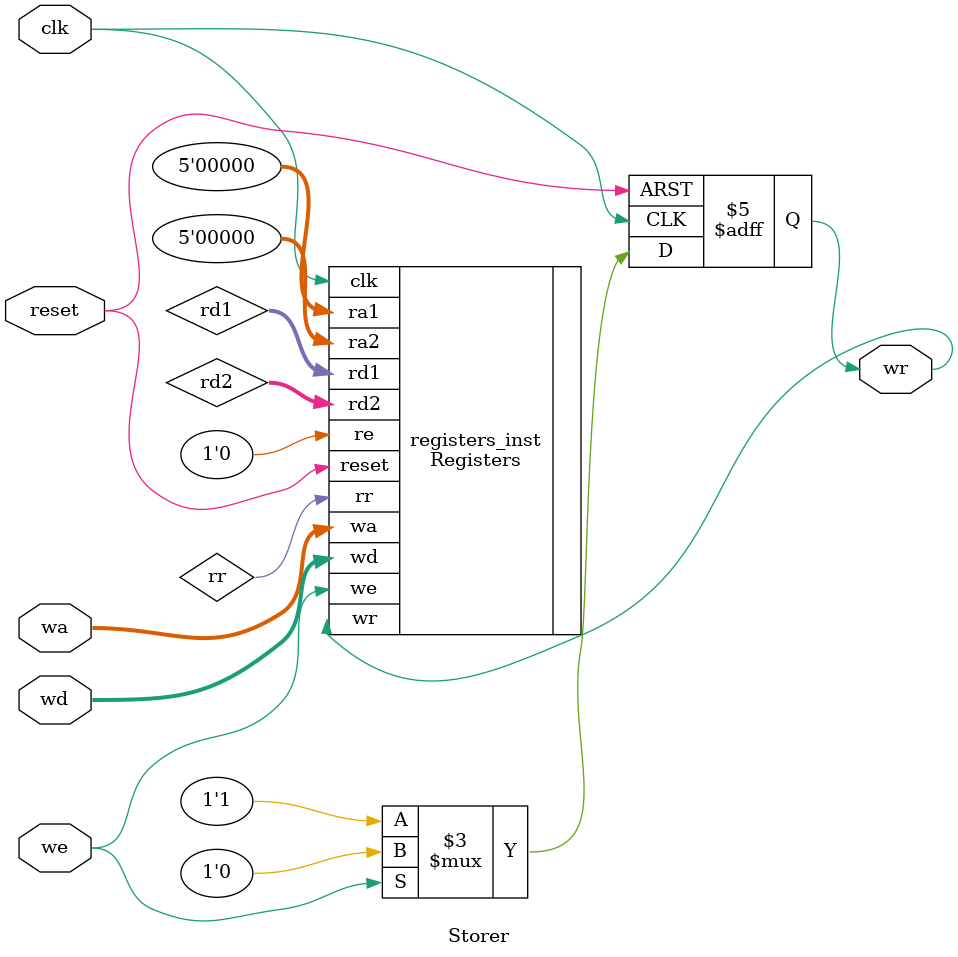
<source format=v>
module Storer (
    input wire clk,
    input wire reset,
    input wire we,                // Write enable
    input wire [4:0] wa,          // Write address
    input wire [31:0] wd,         // Write data
    output reg wr                 // Write ready
);
    // Instantiate the Registers module
    wire [31:0] rd1, rd2;
    wire rr; // Read ready (not used in storer)

    Registers registers_inst (
        .clk(clk),
        .reset(reset),
        .we(we),
        .re(1'b0), // No read enable for storer
        .ra1(5'd0), // No read address 1
        .ra2(5'd0), // No read address 2
        .wa(wa),
        .wd(wd),
        .rd1(rd1),
        .rd2(rd2),
        .wr(wr),
        .rr(rr)
    );

    // Sequential logic to update wr signal
    always @(posedge clk or posedge reset) begin
        if (reset) begin
            wr <= 1'b1; // Set wr high when reset
        end else if (we) begin
            wr <= 1'b0; // Set wr low after write operation
        end else begin
            wr <= 1'b1; // Set wr high when not writing
        end
    end
endmodule


</source>
